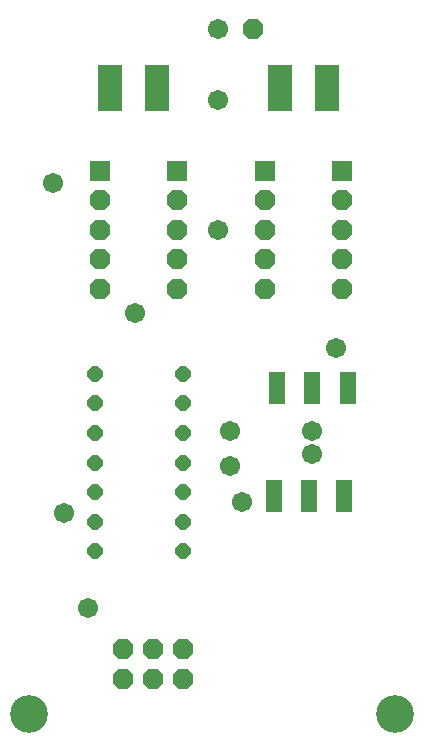
<source format=gbr>
G04 EAGLE Gerber RS-274X export*
G75*
%MOMM*%
%FSLAX34Y34*%
%LPD*%
%INSoldermask Bottom*%
%IPPOS*%
%AMOC8*
5,1,8,0,0,1.08239X$1,22.5*%
G01*
%ADD10C,3.203200*%
%ADD11P,1.869504X8X22.500000*%
%ADD12R,2.133600X4.013200*%
%ADD13R,1.473200X2.743200*%
%ADD14R,1.711200X1.711200*%
%ADD15P,1.852186X8X22.500000*%
%ADD16P,1.419230X8X22.500000*%
%ADD17C,1.703200*%


D10*
X20000Y20000D03*
X330000Y20000D03*
D11*
X99200Y49900D03*
X99200Y75300D03*
X124600Y49900D03*
X124600Y75300D03*
X150000Y49900D03*
X150000Y75300D03*
D12*
X88600Y550000D03*
X128600Y550000D03*
X232600Y550000D03*
X272600Y550000D03*
D13*
X257000Y204600D03*
X287000Y204600D03*
X227000Y204600D03*
X260000Y296500D03*
X290000Y296500D03*
X230000Y296500D03*
D14*
X80000Y480000D03*
X145000Y480000D03*
D15*
X80000Y455000D03*
X145000Y455000D03*
X80000Y430000D03*
X145000Y430000D03*
X80000Y405000D03*
X145000Y405000D03*
X80000Y380000D03*
X145000Y380000D03*
D14*
X220000Y480000D03*
X285000Y480000D03*
D15*
X220000Y455000D03*
X285000Y455000D03*
X220000Y430000D03*
X285000Y430000D03*
X220000Y405000D03*
X285000Y405000D03*
X220000Y380000D03*
X285000Y380000D03*
D16*
X75500Y308100D03*
X150500Y308100D03*
X75500Y283100D03*
X75500Y258100D03*
X75500Y233100D03*
X75500Y208100D03*
X75500Y183100D03*
X75500Y158100D03*
X150500Y283100D03*
X150500Y258100D03*
X150500Y233100D03*
X150500Y208100D03*
X150500Y183100D03*
X150500Y158100D03*
D11*
X210000Y600000D03*
D17*
X200000Y200000D03*
X70000Y110000D03*
X40000Y470000D03*
X110000Y360000D03*
X280000Y330000D03*
X180000Y430000D03*
X50000Y190000D03*
X260000Y260000D03*
X190000Y260000D03*
X260000Y240000D03*
X190000Y230000D03*
X180000Y540000D03*
X180000Y600000D03*
M02*

</source>
